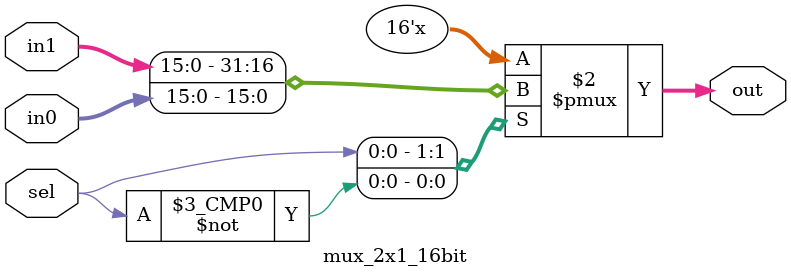
<source format=v>
module mux_2x1_16bit(sel, out, in1, in0);

input [15:0] in1, in0;
input  sel;
output reg [15:0] out;
always @(*)
begin
case (sel)
1'b1: out = in1;
1'b0: out = in0;

endcase
end
endmodule
</source>
